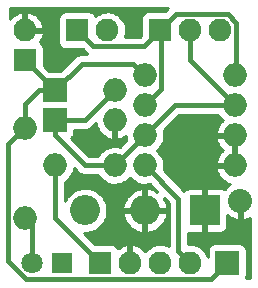
<source format=gtl>
G04 #@! TF.GenerationSoftware,KiCad,Pcbnew,(5.99.0-1129-g103b0c18d)*
G04 #@! TF.CreationDate,2020-03-21T11:47:11+02:00*
G04 #@! TF.ProjectId,superduro,73757065-7264-4757-926f-2e6b69636164,rev?*
G04 #@! TF.SameCoordinates,Original*
G04 #@! TF.FileFunction,Copper,L1,Top*
G04 #@! TF.FilePolarity,Positive*
%FSLAX46Y46*%
G04 Gerber Fmt 4.6, Leading zero omitted, Abs format (unit mm)*
G04 Created by KiCad (PCBNEW (5.99.0-1129-g103b0c18d)) date 2020-03-21 11:47:11*
%MOMM*%
%LPD*%
G01*
G04 APERTURE LIST*
G04 #@! TA.AperFunction,ComponentPad*
%ADD10O,2.032000X2.032000*%
G04 #@! TD*
G04 #@! TA.AperFunction,ComponentPad*
%ADD11R,2.032000X2.032000*%
G04 #@! TD*
G04 #@! TA.AperFunction,ComponentPad*
%ADD12O,2.540000X2.540000*%
G04 #@! TD*
G04 #@! TA.AperFunction,ComponentPad*
%ADD13R,2.540000X2.540000*%
G04 #@! TD*
G04 #@! TA.AperFunction,ComponentPad*
%ADD14O,1.930400X1.930400*%
G04 #@! TD*
G04 #@! TA.AperFunction,ComponentPad*
%ADD15R,1.930400X1.930400*%
G04 #@! TD*
G04 #@! TA.AperFunction,ComponentPad*
%ADD16O,2.000000X2.000000*%
G04 #@! TD*
G04 #@! TA.AperFunction,ComponentPad*
%ADD17C,1.800000*%
G04 #@! TD*
G04 #@! TA.AperFunction,ComponentPad*
%ADD18R,1.800000X1.800000*%
G04 #@! TD*
G04 #@! TA.AperFunction,ComponentPad*
%ADD19R,2.000000X2.000000*%
G04 #@! TD*
G04 #@! TA.AperFunction,Conductor*
%ADD20C,0.381000*%
G04 #@! TD*
G04 #@! TA.AperFunction,Conductor*
%ADD21C,0.254000*%
G04 #@! TD*
G04 APERTURE END LIST*
D10*
X81724500Y-67754500D03*
D11*
X80645000Y-73025000D03*
D12*
X68580000Y-68580000D03*
X73660000Y-68580000D03*
D13*
X78740000Y-68580000D03*
D14*
X63500000Y-53340000D03*
D15*
X63500000Y-55880000D03*
D14*
X80010000Y-53340000D03*
X77470000Y-53340000D03*
D15*
X74930000Y-53340000D03*
D16*
X63500000Y-61595000D03*
X63500000Y-69215000D03*
X81280000Y-64770000D03*
X73660000Y-64770000D03*
X81280000Y-57150000D03*
X73660000Y-57150000D03*
X81280000Y-59690000D03*
X73660000Y-59690000D03*
X81280000Y-62230000D03*
X73660000Y-62230000D03*
D14*
X77470000Y-73025000D03*
X74930000Y-73025000D03*
X72390000Y-73025000D03*
D15*
X69850000Y-73025000D03*
D17*
X64135000Y-73025000D03*
D18*
X66675000Y-73025000D03*
D19*
X66040000Y-60960000D03*
D16*
X71120000Y-60960000D03*
D19*
X66040000Y-58420000D03*
D16*
X71120000Y-58420000D03*
D14*
X70485000Y-53340000D03*
D15*
X67945000Y-53340000D03*
D16*
X71120000Y-64770000D03*
X66040000Y-64770000D03*
D20*
X63500000Y-61595000D02*
X62109499Y-62985501D01*
X62109499Y-62985501D02*
X62109499Y-72909441D01*
X79289299Y-74380701D02*
X80645000Y-73025000D01*
X62109499Y-72909441D02*
X63580759Y-74380701D01*
X63580759Y-74380701D02*
X79289299Y-74380701D01*
X67945000Y-53340000D02*
X69300701Y-54695701D01*
X69300701Y-54695701D02*
X73574299Y-54695701D01*
X73574299Y-54695701D02*
X74930000Y-53340000D01*
X74930000Y-53340000D02*
X76285701Y-51984299D01*
X76285701Y-51984299D02*
X80660737Y-51984299D01*
X81365701Y-57064299D02*
X81280000Y-57150000D01*
X80660737Y-51984299D02*
X81365701Y-52689263D01*
X81365701Y-52689263D02*
X81365701Y-57064299D01*
X74930000Y-53340000D02*
X75050501Y-53460501D01*
X75050501Y-53460501D02*
X75050501Y-58299499D01*
X75050501Y-58299499D02*
X73660000Y-59690000D01*
X77470000Y-53340000D02*
X77470000Y-55880000D01*
X77470000Y-55880000D02*
X81280000Y-59690000D01*
X66040000Y-58420000D02*
X68309999Y-56150001D01*
X68309999Y-56150001D02*
X72660001Y-56150001D01*
X72660001Y-56150001D02*
X73660000Y-57150000D01*
X77470000Y-73025000D02*
X76504801Y-72059801D01*
X76504801Y-72059801D02*
X76504801Y-67614801D01*
X76504801Y-67614801D02*
X73660000Y-64770000D01*
X66040000Y-60960000D02*
X66040000Y-62230000D01*
X66040000Y-62230000D02*
X68580000Y-64770000D01*
X68580000Y-64770000D02*
X71120000Y-64770000D01*
X71120000Y-58420000D02*
X68580000Y-60960000D01*
X68580000Y-60960000D02*
X66040000Y-60960000D01*
X73660000Y-62230000D02*
X71120000Y-64770000D01*
X81280000Y-59690000D02*
X76200000Y-59690000D01*
X76200000Y-59690000D02*
X73660000Y-62230000D01*
X66040000Y-58420000D02*
X64659000Y-58420000D01*
X64659000Y-58420000D02*
X63500000Y-59579000D01*
X63500000Y-59579000D02*
X63500000Y-61595000D01*
X63500000Y-55880000D02*
X66040000Y-58420000D01*
X69850000Y-73025000D02*
X66040000Y-69215000D01*
X66040000Y-69215000D02*
X66040000Y-64770000D01*
X64135000Y-73025000D02*
X64135000Y-69850000D01*
X64135000Y-69850000D02*
X63500000Y-69215000D01*
G36*
X79954480Y-60653863D02*
G01*
X79960458Y-60662030D01*
X80125634Y-60853390D01*
X80132841Y-60860497D01*
X80251610Y-60960155D01*
X80157606Y-61035737D01*
X80150252Y-61042691D01*
X79981104Y-61230548D01*
X79974956Y-61238589D01*
X79838019Y-61451075D01*
X79833236Y-61459994D01*
X79732032Y-61691639D01*
X79728737Y-61701209D01*
X79665872Y-61946052D01*
X79664150Y-61956017D01*
X79658327Y-62019912D01*
X79733273Y-62102000D01*
X81408000Y-62102000D01*
X81408000Y-64898000D01*
X79729708Y-64898000D01*
X79654039Y-64993471D01*
X79718004Y-65266187D01*
X79721098Y-65275824D01*
X79817428Y-65509538D01*
X79822023Y-65518556D01*
X79954480Y-65733862D01*
X79960458Y-65742030D01*
X80125634Y-65933390D01*
X80132841Y-65940497D01*
X80326489Y-66102986D01*
X80334739Y-66108849D01*
X80551873Y-66238287D01*
X80560955Y-66242756D01*
X80795991Y-66335813D01*
X80805670Y-66338772D01*
X80856442Y-66349935D01*
X80798462Y-66382872D01*
X80790091Y-66388562D01*
X80591077Y-66548574D01*
X80583723Y-66555528D01*
X80412852Y-66745298D01*
X80406704Y-66753339D01*
X80381520Y-66792417D01*
X80239880Y-66710641D01*
X80219163Y-66703100D01*
X80026462Y-66669122D01*
X80015501Y-66668163D01*
X78941809Y-66668163D01*
X78868000Y-66741972D01*
X78867999Y-68378192D01*
X78868000Y-68378193D01*
X78867999Y-70418028D01*
X78941808Y-70491837D01*
X80018258Y-70491837D01*
X80034634Y-70489681D01*
X80313859Y-70414863D01*
X80338339Y-70402120D01*
X80494590Y-70271010D01*
X80508761Y-70254121D01*
X80609359Y-70079880D01*
X80616900Y-70059163D01*
X80650878Y-69866462D01*
X80651837Y-69855501D01*
X80651837Y-69008393D01*
X80761690Y-69100570D01*
X80769940Y-69106433D01*
X80989287Y-69237189D01*
X80998368Y-69241658D01*
X81235797Y-69335664D01*
X81245477Y-69338623D01*
X81502404Y-69395112D01*
X81596500Y-69319457D01*
X81596500Y-67626500D01*
X81852500Y-67626500D01*
X81852500Y-69316330D01*
X81935881Y-69391406D01*
X82023959Y-69382147D01*
X82033907Y-69380285D01*
X82280336Y-69313331D01*
X82289858Y-69309903D01*
X82522413Y-69204412D01*
X82531265Y-69199505D01*
X82551001Y-69186392D01*
X82551001Y-74296000D01*
X82245856Y-74296000D01*
X82260359Y-74270880D01*
X82267900Y-74250163D01*
X82301878Y-74057462D01*
X82302837Y-74046501D01*
X82302837Y-72000742D01*
X82300681Y-71984366D01*
X82225863Y-71705142D01*
X82213120Y-71680662D01*
X82082010Y-71524410D01*
X82065121Y-71510239D01*
X81890880Y-71409641D01*
X81870163Y-71402100D01*
X81677462Y-71368122D01*
X81666501Y-71367163D01*
X79620742Y-71367163D01*
X79604366Y-71369319D01*
X79325142Y-71444137D01*
X79300662Y-71456880D01*
X79144410Y-71587990D01*
X79130239Y-71604879D01*
X79029641Y-71779120D01*
X79022100Y-71799837D01*
X78988122Y-71992538D01*
X78987163Y-72003499D01*
X78987163Y-72519035D01*
X78943253Y-72390050D01*
X78939130Y-72380566D01*
X78819767Y-72157955D01*
X78814149Y-72149271D01*
X78660031Y-71949146D01*
X78653072Y-71941497D01*
X78468337Y-71769229D01*
X78460221Y-71762819D01*
X78249832Y-71623036D01*
X78240778Y-71618038D01*
X78010383Y-71514495D01*
X78000634Y-71511043D01*
X77756423Y-71446519D01*
X77746242Y-71444706D01*
X77494770Y-71420935D01*
X77484429Y-71420808D01*
X77331301Y-71431516D01*
X77331301Y-70469325D01*
X77453538Y-70490878D01*
X77464499Y-70491837D01*
X78538191Y-70491837D01*
X78612000Y-70418028D01*
X78612001Y-68781808D01*
X78612000Y-68781807D01*
X78612001Y-66741972D01*
X78538192Y-66668163D01*
X77461742Y-66668163D01*
X77445366Y-66670319D01*
X77166142Y-66745137D01*
X77141662Y-66757880D01*
X76985410Y-66888990D01*
X76971239Y-66905879D01*
X76968855Y-66910009D01*
X75244954Y-65186109D01*
X75290063Y-64940332D01*
X75291097Y-64929599D01*
X75294082Y-64644596D01*
X75293273Y-64633844D01*
X75252804Y-64383981D01*
X75250390Y-64374152D01*
X75170597Y-64134287D01*
X75166642Y-64124971D01*
X75049527Y-63900949D01*
X75044134Y-63892384D01*
X74892708Y-63689969D01*
X74886014Y-63682377D01*
X74704173Y-63506776D01*
X74696352Y-63500351D01*
X74694500Y-63499064D01*
X74862968Y-63343061D01*
X74869819Y-63335610D01*
X75025451Y-63136411D01*
X75031023Y-63127961D01*
X75152804Y-62906441D01*
X75156953Y-62897209D01*
X75241751Y-62659068D01*
X75244370Y-62649292D01*
X75280310Y-62453471D01*
X79654039Y-62453471D01*
X79718004Y-62726187D01*
X79721098Y-62735824D01*
X79817428Y-62969538D01*
X79822023Y-62978556D01*
X79954480Y-63193862D01*
X79960458Y-63202030D01*
X80125634Y-63393390D01*
X80132841Y-63400497D01*
X80251610Y-63500155D01*
X80157606Y-63575737D01*
X80150252Y-63582691D01*
X79981104Y-63770548D01*
X79974956Y-63778589D01*
X79838019Y-63991075D01*
X79833236Y-63999994D01*
X79732032Y-64231639D01*
X79728737Y-64241209D01*
X79665872Y-64486052D01*
X79664150Y-64496017D01*
X79658327Y-64559912D01*
X79733273Y-64642000D01*
X81078191Y-64642000D01*
X81152000Y-64568191D01*
X81152000Y-62431809D01*
X81078191Y-62358000D01*
X79729708Y-62358000D01*
X79654039Y-62453471D01*
X75280310Y-62453471D01*
X75290063Y-62400332D01*
X75291097Y-62389599D01*
X75294082Y-62104596D01*
X75293273Y-62093844D01*
X75252804Y-61843981D01*
X75250390Y-61834152D01*
X75243976Y-61814870D01*
X76542346Y-60516500D01*
X79869974Y-60516500D01*
X79954480Y-60653863D01*
G37*
D21*
X79954480Y-60653863D02*
X79960458Y-60662030D01*
X80125634Y-60853390D01*
X80132841Y-60860497D01*
X80251610Y-60960155D01*
X80157606Y-61035737D01*
X80150252Y-61042691D01*
X79981104Y-61230548D01*
X79974956Y-61238589D01*
X79838019Y-61451075D01*
X79833236Y-61459994D01*
X79732032Y-61691639D01*
X79728737Y-61701209D01*
X79665872Y-61946052D01*
X79664150Y-61956017D01*
X79658327Y-62019912D01*
X79733273Y-62102000D01*
X81408000Y-62102000D01*
X81408000Y-64898000D01*
X79729708Y-64898000D01*
X79654039Y-64993471D01*
X79718004Y-65266187D01*
X79721098Y-65275824D01*
X79817428Y-65509538D01*
X79822023Y-65518556D01*
X79954480Y-65733862D01*
X79960458Y-65742030D01*
X80125634Y-65933390D01*
X80132841Y-65940497D01*
X80326489Y-66102986D01*
X80334739Y-66108849D01*
X80551873Y-66238287D01*
X80560955Y-66242756D01*
X80795991Y-66335813D01*
X80805670Y-66338772D01*
X80856442Y-66349935D01*
X80798462Y-66382872D01*
X80790091Y-66388562D01*
X80591077Y-66548574D01*
X80583723Y-66555528D01*
X80412852Y-66745298D01*
X80406704Y-66753339D01*
X80381520Y-66792417D01*
X80239880Y-66710641D01*
X80219163Y-66703100D01*
X80026462Y-66669122D01*
X80015501Y-66668163D01*
X78941809Y-66668163D01*
X78868000Y-66741972D01*
X78867999Y-68378192D01*
X78868000Y-68378193D01*
X78867999Y-70418028D01*
X78941808Y-70491837D01*
X80018258Y-70491837D01*
X80034634Y-70489681D01*
X80313859Y-70414863D01*
X80338339Y-70402120D01*
X80494590Y-70271010D01*
X80508761Y-70254121D01*
X80609359Y-70079880D01*
X80616900Y-70059163D01*
X80650878Y-69866462D01*
X80651837Y-69855501D01*
X80651837Y-69008393D01*
X80761690Y-69100570D01*
X80769940Y-69106433D01*
X80989287Y-69237189D01*
X80998368Y-69241658D01*
X81235797Y-69335664D01*
X81245477Y-69338623D01*
X81502404Y-69395112D01*
X81596500Y-69319457D01*
X81596500Y-67626500D01*
X81852500Y-67626500D01*
X81852500Y-69316330D01*
X81935881Y-69391406D01*
X82023959Y-69382147D01*
X82033907Y-69380285D01*
X82280336Y-69313331D01*
X82289858Y-69309903D01*
X82522413Y-69204412D01*
X82531265Y-69199505D01*
X82551001Y-69186392D01*
X82551001Y-74296000D01*
X82245856Y-74296000D01*
X82260359Y-74270880D01*
X82267900Y-74250163D01*
X82301878Y-74057462D01*
X82302837Y-74046501D01*
X82302837Y-72000742D01*
X82300681Y-71984366D01*
X82225863Y-71705142D01*
X82213120Y-71680662D01*
X82082010Y-71524410D01*
X82065121Y-71510239D01*
X81890880Y-71409641D01*
X81870163Y-71402100D01*
X81677462Y-71368122D01*
X81666501Y-71367163D01*
X79620742Y-71367163D01*
X79604366Y-71369319D01*
X79325142Y-71444137D01*
X79300662Y-71456880D01*
X79144410Y-71587990D01*
X79130239Y-71604879D01*
X79029641Y-71779120D01*
X79022100Y-71799837D01*
X78988122Y-71992538D01*
X78987163Y-72003499D01*
X78987163Y-72519035D01*
X78943253Y-72390050D01*
X78939130Y-72380566D01*
X78819767Y-72157955D01*
X78814149Y-72149271D01*
X78660031Y-71949146D01*
X78653072Y-71941497D01*
X78468337Y-71769229D01*
X78460221Y-71762819D01*
X78249832Y-71623036D01*
X78240778Y-71618038D01*
X78010383Y-71514495D01*
X78000634Y-71511043D01*
X77756423Y-71446519D01*
X77746242Y-71444706D01*
X77494770Y-71420935D01*
X77484429Y-71420808D01*
X77331301Y-71431516D01*
X77331301Y-70469325D01*
X77453538Y-70490878D01*
X77464499Y-70491837D01*
X78538191Y-70491837D01*
X78612000Y-70418028D01*
X78612001Y-68781808D01*
X78612000Y-68781807D01*
X78612001Y-66741972D01*
X78538192Y-66668163D01*
X77461742Y-66668163D01*
X77445366Y-66670319D01*
X77166142Y-66745137D01*
X77141662Y-66757880D01*
X76985410Y-66888990D01*
X76971239Y-66905879D01*
X76968855Y-66910009D01*
X75244954Y-65186109D01*
X75290063Y-64940332D01*
X75291097Y-64929599D01*
X75294082Y-64644596D01*
X75293273Y-64633844D01*
X75252804Y-64383981D01*
X75250390Y-64374152D01*
X75170597Y-64134287D01*
X75166642Y-64124971D01*
X75049527Y-63900949D01*
X75044134Y-63892384D01*
X74892708Y-63689969D01*
X74886014Y-63682377D01*
X74704173Y-63506776D01*
X74696352Y-63500351D01*
X74694500Y-63499064D01*
X74862968Y-63343061D01*
X74869819Y-63335610D01*
X75025451Y-63136411D01*
X75031023Y-63127961D01*
X75152804Y-62906441D01*
X75156953Y-62897209D01*
X75241751Y-62659068D01*
X75244370Y-62649292D01*
X75280310Y-62453471D01*
X79654039Y-62453471D01*
X79718004Y-62726187D01*
X79721098Y-62735824D01*
X79817428Y-62969538D01*
X79822023Y-62978556D01*
X79954480Y-63193862D01*
X79960458Y-63202030D01*
X80125634Y-63393390D01*
X80132841Y-63400497D01*
X80251610Y-63500155D01*
X80157606Y-63575737D01*
X80150252Y-63582691D01*
X79981104Y-63770548D01*
X79974956Y-63778589D01*
X79838019Y-63991075D01*
X79833236Y-63999994D01*
X79732032Y-64231639D01*
X79728737Y-64241209D01*
X79665872Y-64486052D01*
X79664150Y-64496017D01*
X79658327Y-64559912D01*
X79733273Y-64642000D01*
X81078191Y-64642000D01*
X81152000Y-64568191D01*
X81152000Y-62431809D01*
X81078191Y-62358000D01*
X79729708Y-62358000D01*
X79654039Y-62453471D01*
X75280310Y-62453471D01*
X75290063Y-62400332D01*
X75291097Y-62389599D01*
X75294082Y-62104596D01*
X75293273Y-62093844D01*
X75252804Y-61843981D01*
X75250390Y-61834152D01*
X75243976Y-61814870D01*
X76542346Y-60516500D01*
X79869974Y-60516500D01*
X79954480Y-60653863D01*
G36*
X67930103Y-65288950D02*
G01*
X67939286Y-65303504D01*
X67950921Y-65317175D01*
X68014328Y-65373174D01*
X68034311Y-65393158D01*
X68041086Y-65399032D01*
X68057728Y-65411503D01*
X68114775Y-65461886D01*
X68129781Y-65471743D01*
X68152065Y-65482205D01*
X68171761Y-65496967D01*
X68187509Y-65505589D01*
X68258765Y-65532302D01*
X68327840Y-65564732D01*
X68345394Y-65570040D01*
X68368742Y-65573530D01*
X68392208Y-65582326D01*
X68409741Y-65586181D01*
X68496569Y-65592634D01*
X68517805Y-65595807D01*
X68527128Y-65596500D01*
X68548592Y-65596500D01*
X68627748Y-65602382D01*
X68645660Y-65601161D01*
X68667494Y-65596500D01*
X69709974Y-65596500D01*
X69794480Y-65733863D01*
X69800458Y-65742030D01*
X69965634Y-65933390D01*
X69972841Y-65940497D01*
X70166489Y-66102986D01*
X70174739Y-66108849D01*
X70391873Y-66238287D01*
X70400955Y-66242756D01*
X70635991Y-66335813D01*
X70645670Y-66338772D01*
X70892561Y-66393054D01*
X70902589Y-66394428D01*
X71154983Y-66408539D01*
X71165101Y-66408292D01*
X71416504Y-66381869D01*
X71426453Y-66380007D01*
X71670398Y-66313728D01*
X71679920Y-66310300D01*
X71910131Y-66205873D01*
X71918983Y-66200966D01*
X72129536Y-66061074D01*
X72137489Y-66054815D01*
X72322968Y-65883061D01*
X72329819Y-65875610D01*
X72389654Y-65799025D01*
X72505634Y-65933390D01*
X72512841Y-65940497D01*
X72706489Y-66102986D01*
X72714739Y-66108849D01*
X72931873Y-66238287D01*
X72940955Y-66242756D01*
X73175991Y-66335813D01*
X73185670Y-66338772D01*
X73432561Y-66393054D01*
X73442589Y-66394428D01*
X73694983Y-66408539D01*
X73705101Y-66408292D01*
X73956504Y-66381869D01*
X73966454Y-66380007D01*
X74072381Y-66351226D01*
X74709488Y-66988333D01*
X74508515Y-66869951D01*
X74500129Y-66865815D01*
X74246433Y-66763316D01*
X74237528Y-66760466D01*
X73971470Y-66696590D01*
X73962240Y-66695087D01*
X73869750Y-66686996D01*
X73788000Y-66761907D01*
X73787999Y-68378191D01*
X73861808Y-68452000D01*
X75477623Y-68452001D01*
X75553021Y-68364497D01*
X75522946Y-68163252D01*
X75520882Y-68154132D01*
X75440883Y-67892468D01*
X75437494Y-67883753D01*
X75319698Y-67636789D01*
X75315058Y-67628671D01*
X75243010Y-67521856D01*
X75678302Y-67957148D01*
X75678301Y-71607937D01*
X75470383Y-71514495D01*
X75460634Y-71511043D01*
X75216423Y-71446519D01*
X75206242Y-71444706D01*
X74954770Y-71420935D01*
X74944429Y-71420808D01*
X74692451Y-71438429D01*
X74682229Y-71439993D01*
X74436513Y-71498531D01*
X74426683Y-71501743D01*
X74193827Y-71599627D01*
X74184654Y-71604402D01*
X73970912Y-71739003D01*
X73962642Y-71745212D01*
X73773754Y-71912914D01*
X73766609Y-71920391D01*
X73659627Y-72052503D01*
X73580031Y-71949146D01*
X73573072Y-71941497D01*
X73388337Y-71769229D01*
X73380221Y-71762819D01*
X73169832Y-71623036D01*
X73160778Y-71618038D01*
X72930383Y-71514495D01*
X72920634Y-71511043D01*
X72676423Y-71446519D01*
X72666242Y-71444706D01*
X72600402Y-71438482D01*
X72518000Y-71513461D01*
X72518000Y-73153000D01*
X72262000Y-73153000D01*
X72262000Y-71509957D01*
X72166184Y-71434286D01*
X71896513Y-71498531D01*
X71886683Y-71501743D01*
X71653827Y-71599627D01*
X71644654Y-71604402D01*
X71430912Y-71739003D01*
X71422642Y-71745212D01*
X71385923Y-71777812D01*
X71380063Y-71755942D01*
X71367320Y-71731462D01*
X71236210Y-71575210D01*
X71219321Y-71561039D01*
X71045080Y-71460441D01*
X71024363Y-71452900D01*
X70831662Y-71418922D01*
X70820701Y-71417963D01*
X69411809Y-71417963D01*
X68478705Y-70484859D01*
X68500382Y-70487329D01*
X68509725Y-70487696D01*
X68783178Y-70478148D01*
X68792473Y-70477130D01*
X69061510Y-70427266D01*
X69070552Y-70424885D01*
X69329264Y-70335804D01*
X69337855Y-70332113D01*
X69580559Y-70205770D01*
X69588511Y-70200849D01*
X69809872Y-70040020D01*
X69817009Y-70033979D01*
X70012168Y-69842197D01*
X70018333Y-69835166D01*
X70183002Y-69616644D01*
X70188060Y-69608780D01*
X70318620Y-69368319D01*
X70322460Y-69359794D01*
X70416043Y-69102675D01*
X70418581Y-69093676D01*
X70473297Y-68824741D01*
X70474543Y-68813809D01*
X70475087Y-68793019D01*
X71767774Y-68793019D01*
X71786784Y-68947839D01*
X71788608Y-68957010D01*
X71861729Y-69220677D01*
X71864889Y-69229478D01*
X71976180Y-69479442D01*
X71980606Y-69487679D01*
X72127621Y-69718447D01*
X72133215Y-69725939D01*
X72312726Y-69932442D01*
X72319367Y-69939025D01*
X72527429Y-70116727D01*
X72534969Y-70122256D01*
X72767011Y-70267252D01*
X72775286Y-70271605D01*
X73026212Y-70380711D01*
X73035040Y-70383794D01*
X73299335Y-70454611D01*
X73308521Y-70456355D01*
X73447802Y-70472224D01*
X73528299Y-70400378D01*
X73787999Y-70400378D01*
X73878861Y-70475947D01*
X74141510Y-70427266D01*
X74150552Y-70424885D01*
X74409264Y-70335804D01*
X74417855Y-70332113D01*
X74660559Y-70205770D01*
X74668511Y-70200849D01*
X74889872Y-70040020D01*
X74897009Y-70033979D01*
X75092168Y-69842197D01*
X75098333Y-69835166D01*
X75263002Y-69616644D01*
X75268060Y-69608780D01*
X75398620Y-69368319D01*
X75402460Y-69359794D01*
X75496043Y-69102675D01*
X75498581Y-69093676D01*
X75558217Y-68800558D01*
X75482594Y-68708000D01*
X73861809Y-68707999D01*
X73788000Y-68781808D01*
X73787999Y-70400378D01*
X73528299Y-70400378D01*
X73532000Y-70397075D01*
X73532001Y-68781809D01*
X73458192Y-68708000D01*
X71842993Y-68707999D01*
X71767774Y-68793019D01*
X70475087Y-68793019D01*
X70484183Y-68445665D01*
X70483511Y-68434683D01*
X70472646Y-68361982D01*
X71764987Y-68361982D01*
X71840520Y-68452000D01*
X73458191Y-68452001D01*
X73532000Y-68378192D01*
X73532001Y-66756085D01*
X73438590Y-66680442D01*
X73130299Y-66745971D01*
X73121322Y-66748588D01*
X72865031Y-66844411D01*
X72856539Y-66848325D01*
X72617226Y-66980979D01*
X72609406Y-66986105D01*
X72392330Y-67152675D01*
X72385354Y-67158901D01*
X72195282Y-67355726D01*
X72189303Y-67362915D01*
X72030412Y-67585673D01*
X72025561Y-67593667D01*
X71901341Y-67837463D01*
X71897725Y-67846086D01*
X71810904Y-68105565D01*
X71808602Y-68114628D01*
X71764987Y-68361982D01*
X70472646Y-68361982D01*
X70442946Y-68163252D01*
X70440882Y-68154132D01*
X70360883Y-67892468D01*
X70357494Y-67883753D01*
X70239698Y-67636789D01*
X70235058Y-67628671D01*
X70082052Y-67401831D01*
X70076264Y-67394488D01*
X69891410Y-67192754D01*
X69884599Y-67186347D01*
X69671957Y-67014153D01*
X69664274Y-67008824D01*
X69428515Y-66869951D01*
X69420129Y-66865815D01*
X69166433Y-66763316D01*
X69157528Y-66760466D01*
X68891470Y-66696590D01*
X68882241Y-66695087D01*
X68609663Y-66671240D01*
X68600313Y-66671118D01*
X68327204Y-66687821D01*
X68317939Y-66689082D01*
X68050299Y-66745971D01*
X68041322Y-66748588D01*
X67785031Y-66844411D01*
X67776539Y-66848325D01*
X67537226Y-66980979D01*
X67529406Y-66986105D01*
X67312330Y-67152675D01*
X67305354Y-67158901D01*
X67115282Y-67355726D01*
X67109303Y-67362915D01*
X66950412Y-67585673D01*
X66945561Y-67593667D01*
X66866500Y-67748833D01*
X66866500Y-66182684D01*
X67049536Y-66061074D01*
X67057489Y-66054815D01*
X67242968Y-65883061D01*
X67249819Y-65875610D01*
X67405451Y-65676411D01*
X67411023Y-65667961D01*
X67532804Y-65446441D01*
X67536953Y-65437209D01*
X67621751Y-65199068D01*
X67624370Y-65189292D01*
X67656327Y-65015173D01*
X67930103Y-65288950D01*
G37*
X67930103Y-65288950D02*
X67939286Y-65303504D01*
X67950921Y-65317175D01*
X68014328Y-65373174D01*
X68034311Y-65393158D01*
X68041086Y-65399032D01*
X68057728Y-65411503D01*
X68114775Y-65461886D01*
X68129781Y-65471743D01*
X68152065Y-65482205D01*
X68171761Y-65496967D01*
X68187509Y-65505589D01*
X68258765Y-65532302D01*
X68327840Y-65564732D01*
X68345394Y-65570040D01*
X68368742Y-65573530D01*
X68392208Y-65582326D01*
X68409741Y-65586181D01*
X68496569Y-65592634D01*
X68517805Y-65595807D01*
X68527128Y-65596500D01*
X68548592Y-65596500D01*
X68627748Y-65602382D01*
X68645660Y-65601161D01*
X68667494Y-65596500D01*
X69709974Y-65596500D01*
X69794480Y-65733863D01*
X69800458Y-65742030D01*
X69965634Y-65933390D01*
X69972841Y-65940497D01*
X70166489Y-66102986D01*
X70174739Y-66108849D01*
X70391873Y-66238287D01*
X70400955Y-66242756D01*
X70635991Y-66335813D01*
X70645670Y-66338772D01*
X70892561Y-66393054D01*
X70902589Y-66394428D01*
X71154983Y-66408539D01*
X71165101Y-66408292D01*
X71416504Y-66381869D01*
X71426453Y-66380007D01*
X71670398Y-66313728D01*
X71679920Y-66310300D01*
X71910131Y-66205873D01*
X71918983Y-66200966D01*
X72129536Y-66061074D01*
X72137489Y-66054815D01*
X72322968Y-65883061D01*
X72329819Y-65875610D01*
X72389654Y-65799025D01*
X72505634Y-65933390D01*
X72512841Y-65940497D01*
X72706489Y-66102986D01*
X72714739Y-66108849D01*
X72931873Y-66238287D01*
X72940955Y-66242756D01*
X73175991Y-66335813D01*
X73185670Y-66338772D01*
X73432561Y-66393054D01*
X73442589Y-66394428D01*
X73694983Y-66408539D01*
X73705101Y-66408292D01*
X73956504Y-66381869D01*
X73966454Y-66380007D01*
X74072381Y-66351226D01*
X74709488Y-66988333D01*
X74508515Y-66869951D01*
X74500129Y-66865815D01*
X74246433Y-66763316D01*
X74237528Y-66760466D01*
X73971470Y-66696590D01*
X73962240Y-66695087D01*
X73869750Y-66686996D01*
X73788000Y-66761907D01*
X73787999Y-68378191D01*
X73861808Y-68452000D01*
X75477623Y-68452001D01*
X75553021Y-68364497D01*
X75522946Y-68163252D01*
X75520882Y-68154132D01*
X75440883Y-67892468D01*
X75437494Y-67883753D01*
X75319698Y-67636789D01*
X75315058Y-67628671D01*
X75243010Y-67521856D01*
X75678302Y-67957148D01*
X75678301Y-71607937D01*
X75470383Y-71514495D01*
X75460634Y-71511043D01*
X75216423Y-71446519D01*
X75206242Y-71444706D01*
X74954770Y-71420935D01*
X74944429Y-71420808D01*
X74692451Y-71438429D01*
X74682229Y-71439993D01*
X74436513Y-71498531D01*
X74426683Y-71501743D01*
X74193827Y-71599627D01*
X74184654Y-71604402D01*
X73970912Y-71739003D01*
X73962642Y-71745212D01*
X73773754Y-71912914D01*
X73766609Y-71920391D01*
X73659627Y-72052503D01*
X73580031Y-71949146D01*
X73573072Y-71941497D01*
X73388337Y-71769229D01*
X73380221Y-71762819D01*
X73169832Y-71623036D01*
X73160778Y-71618038D01*
X72930383Y-71514495D01*
X72920634Y-71511043D01*
X72676423Y-71446519D01*
X72666242Y-71444706D01*
X72600402Y-71438482D01*
X72518000Y-71513461D01*
X72518000Y-73153000D01*
X72262000Y-73153000D01*
X72262000Y-71509957D01*
X72166184Y-71434286D01*
X71896513Y-71498531D01*
X71886683Y-71501743D01*
X71653827Y-71599627D01*
X71644654Y-71604402D01*
X71430912Y-71739003D01*
X71422642Y-71745212D01*
X71385923Y-71777812D01*
X71380063Y-71755942D01*
X71367320Y-71731462D01*
X71236210Y-71575210D01*
X71219321Y-71561039D01*
X71045080Y-71460441D01*
X71024363Y-71452900D01*
X70831662Y-71418922D01*
X70820701Y-71417963D01*
X69411809Y-71417963D01*
X68478705Y-70484859D01*
X68500382Y-70487329D01*
X68509725Y-70487696D01*
X68783178Y-70478148D01*
X68792473Y-70477130D01*
X69061510Y-70427266D01*
X69070552Y-70424885D01*
X69329264Y-70335804D01*
X69337855Y-70332113D01*
X69580559Y-70205770D01*
X69588511Y-70200849D01*
X69809872Y-70040020D01*
X69817009Y-70033979D01*
X70012168Y-69842197D01*
X70018333Y-69835166D01*
X70183002Y-69616644D01*
X70188060Y-69608780D01*
X70318620Y-69368319D01*
X70322460Y-69359794D01*
X70416043Y-69102675D01*
X70418581Y-69093676D01*
X70473297Y-68824741D01*
X70474543Y-68813809D01*
X70475087Y-68793019D01*
X71767774Y-68793019D01*
X71786784Y-68947839D01*
X71788608Y-68957010D01*
X71861729Y-69220677D01*
X71864889Y-69229478D01*
X71976180Y-69479442D01*
X71980606Y-69487679D01*
X72127621Y-69718447D01*
X72133215Y-69725939D01*
X72312726Y-69932442D01*
X72319367Y-69939025D01*
X72527429Y-70116727D01*
X72534969Y-70122256D01*
X72767011Y-70267252D01*
X72775286Y-70271605D01*
X73026212Y-70380711D01*
X73035040Y-70383794D01*
X73299335Y-70454611D01*
X73308521Y-70456355D01*
X73447802Y-70472224D01*
X73528299Y-70400378D01*
X73787999Y-70400378D01*
X73878861Y-70475947D01*
X74141510Y-70427266D01*
X74150552Y-70424885D01*
X74409264Y-70335804D01*
X74417855Y-70332113D01*
X74660559Y-70205770D01*
X74668511Y-70200849D01*
X74889872Y-70040020D01*
X74897009Y-70033979D01*
X75092168Y-69842197D01*
X75098333Y-69835166D01*
X75263002Y-69616644D01*
X75268060Y-69608780D01*
X75398620Y-69368319D01*
X75402460Y-69359794D01*
X75496043Y-69102675D01*
X75498581Y-69093676D01*
X75558217Y-68800558D01*
X75482594Y-68708000D01*
X73861809Y-68707999D01*
X73788000Y-68781808D01*
X73787999Y-70400378D01*
X73528299Y-70400378D01*
X73532000Y-70397075D01*
X73532001Y-68781809D01*
X73458192Y-68708000D01*
X71842993Y-68707999D01*
X71767774Y-68793019D01*
X70475087Y-68793019D01*
X70484183Y-68445665D01*
X70483511Y-68434683D01*
X70472646Y-68361982D01*
X71764987Y-68361982D01*
X71840520Y-68452000D01*
X73458191Y-68452001D01*
X73532000Y-68378192D01*
X73532001Y-66756085D01*
X73438590Y-66680442D01*
X73130299Y-66745971D01*
X73121322Y-66748588D01*
X72865031Y-66844411D01*
X72856539Y-66848325D01*
X72617226Y-66980979D01*
X72609406Y-66986105D01*
X72392330Y-67152675D01*
X72385354Y-67158901D01*
X72195282Y-67355726D01*
X72189303Y-67362915D01*
X72030412Y-67585673D01*
X72025561Y-67593667D01*
X71901341Y-67837463D01*
X71897725Y-67846086D01*
X71810904Y-68105565D01*
X71808602Y-68114628D01*
X71764987Y-68361982D01*
X70472646Y-68361982D01*
X70442946Y-68163252D01*
X70440882Y-68154132D01*
X70360883Y-67892468D01*
X70357494Y-67883753D01*
X70239698Y-67636789D01*
X70235058Y-67628671D01*
X70082052Y-67401831D01*
X70076264Y-67394488D01*
X69891410Y-67192754D01*
X69884599Y-67186347D01*
X69671957Y-67014153D01*
X69664274Y-67008824D01*
X69428515Y-66869951D01*
X69420129Y-66865815D01*
X69166433Y-66763316D01*
X69157528Y-66760466D01*
X68891470Y-66696590D01*
X68882241Y-66695087D01*
X68609663Y-66671240D01*
X68600313Y-66671118D01*
X68327204Y-66687821D01*
X68317939Y-66689082D01*
X68050299Y-66745971D01*
X68041322Y-66748588D01*
X67785031Y-66844411D01*
X67776539Y-66848325D01*
X67537226Y-66980979D01*
X67529406Y-66986105D01*
X67312330Y-67152675D01*
X67305354Y-67158901D01*
X67115282Y-67355726D01*
X67109303Y-67362915D01*
X66950412Y-67585673D01*
X66945561Y-67593667D01*
X66866500Y-67748833D01*
X66866500Y-66182684D01*
X67049536Y-66061074D01*
X67057489Y-66054815D01*
X67242968Y-65883061D01*
X67249819Y-65875610D01*
X67405451Y-65676411D01*
X67411023Y-65667961D01*
X67532804Y-65446441D01*
X67536953Y-65437209D01*
X67621751Y-65199068D01*
X67624370Y-65189292D01*
X67656327Y-65015173D01*
X67930103Y-65288950D01*
G36*
X71248000Y-62505741D02*
G01*
X71331379Y-62580815D01*
X71416504Y-62571869D01*
X71426453Y-62570007D01*
X71670398Y-62503728D01*
X71679920Y-62500300D01*
X71910131Y-62395873D01*
X71918983Y-62390966D01*
X72028162Y-62318427D01*
X72038766Y-62470071D01*
X72040279Y-62480078D01*
X72078428Y-62642726D01*
X71532949Y-63188205D01*
X71460104Y-63166765D01*
X71450196Y-63164695D01*
X71199402Y-63133011D01*
X71189290Y-63132552D01*
X70936656Y-63141374D01*
X70926601Y-63142538D01*
X70678628Y-63191639D01*
X70668889Y-63194394D01*
X70431956Y-63282508D01*
X70422783Y-63286786D01*
X70202984Y-63411649D01*
X70194613Y-63417338D01*
X69997606Y-63575737D01*
X69990252Y-63582691D01*
X69821104Y-63770548D01*
X69814956Y-63778589D01*
X69708678Y-63943500D01*
X68922347Y-63943500D01*
X67435017Y-62456171D01*
X67524590Y-62381010D01*
X67538761Y-62364121D01*
X67639359Y-62189880D01*
X67646900Y-62169163D01*
X67680878Y-61976462D01*
X67681837Y-61965501D01*
X67681837Y-61786500D01*
X68487409Y-61786500D01*
X68504190Y-61790297D01*
X68522086Y-61791737D01*
X68606495Y-61786500D01*
X68634778Y-61786500D01*
X68643719Y-61785863D01*
X68664325Y-61782913D01*
X68740274Y-61778200D01*
X68757854Y-61774559D01*
X68781001Y-61766203D01*
X68805376Y-61762712D01*
X68822609Y-61757673D01*
X68891896Y-61726169D01*
X68963655Y-61700264D01*
X68979823Y-61691604D01*
X68998792Y-61677567D01*
X69021612Y-61667192D01*
X69036737Y-61657519D01*
X69102717Y-61600667D01*
X69119954Y-61587912D01*
X69127037Y-61581809D01*
X69142194Y-61566651D01*
X69202347Y-61514820D01*
X69214149Y-61501291D01*
X69226299Y-61482546D01*
X69500080Y-61208765D01*
X69500279Y-61210078D01*
X69558004Y-61456187D01*
X69561098Y-61465824D01*
X69657428Y-61699538D01*
X69662023Y-61708556D01*
X69794480Y-61923862D01*
X69800458Y-61932030D01*
X69965634Y-62123390D01*
X69972841Y-62130497D01*
X70166489Y-62292986D01*
X70174739Y-62298849D01*
X70391873Y-62428287D01*
X70400955Y-62432756D01*
X70635991Y-62525813D01*
X70645670Y-62528772D01*
X70897904Y-62584229D01*
X70992000Y-62508574D01*
X70992000Y-60832000D01*
X71248000Y-60832000D01*
X71248000Y-62505741D01*
G37*
X71248000Y-62505741D02*
X71331379Y-62580815D01*
X71416504Y-62571869D01*
X71426453Y-62570007D01*
X71670398Y-62503728D01*
X71679920Y-62500300D01*
X71910131Y-62395873D01*
X71918983Y-62390966D01*
X72028162Y-62318427D01*
X72038766Y-62470071D01*
X72040279Y-62480078D01*
X72078428Y-62642726D01*
X71532949Y-63188205D01*
X71460104Y-63166765D01*
X71450196Y-63164695D01*
X71199402Y-63133011D01*
X71189290Y-63132552D01*
X70936656Y-63141374D01*
X70926601Y-63142538D01*
X70678628Y-63191639D01*
X70668889Y-63194394D01*
X70431956Y-63282508D01*
X70422783Y-63286786D01*
X70202984Y-63411649D01*
X70194613Y-63417338D01*
X69997606Y-63575737D01*
X69990252Y-63582691D01*
X69821104Y-63770548D01*
X69814956Y-63778589D01*
X69708678Y-63943500D01*
X68922347Y-63943500D01*
X67435017Y-62456171D01*
X67524590Y-62381010D01*
X67538761Y-62364121D01*
X67639359Y-62189880D01*
X67646900Y-62169163D01*
X67680878Y-61976462D01*
X67681837Y-61965501D01*
X67681837Y-61786500D01*
X68487409Y-61786500D01*
X68504190Y-61790297D01*
X68522086Y-61791737D01*
X68606495Y-61786500D01*
X68634778Y-61786500D01*
X68643719Y-61785863D01*
X68664325Y-61782913D01*
X68740274Y-61778200D01*
X68757854Y-61774559D01*
X68781001Y-61766203D01*
X68805376Y-61762712D01*
X68822609Y-61757673D01*
X68891896Y-61726169D01*
X68963655Y-61700264D01*
X68979823Y-61691604D01*
X68998792Y-61677567D01*
X69021612Y-61667192D01*
X69036737Y-61657519D01*
X69102717Y-61600667D01*
X69119954Y-61587912D01*
X69127037Y-61581809D01*
X69142194Y-61566651D01*
X69202347Y-61514820D01*
X69214149Y-61501291D01*
X69226299Y-61482546D01*
X69500080Y-61208765D01*
X69500279Y-61210078D01*
X69558004Y-61456187D01*
X69561098Y-61465824D01*
X69657428Y-61699538D01*
X69662023Y-61708556D01*
X69794480Y-61923862D01*
X69800458Y-61932030D01*
X69965634Y-62123390D01*
X69972841Y-62130497D01*
X70166489Y-62292986D01*
X70174739Y-62298849D01*
X70391873Y-62428287D01*
X70400955Y-62432756D01*
X70635991Y-62525813D01*
X70645670Y-62528772D01*
X70897904Y-62584229D01*
X70992000Y-62508574D01*
X70992000Y-60832000D01*
X71248000Y-60832000D01*
X71248000Y-62505741D01*
G36*
X75651552Y-51443008D02*
G01*
X75639404Y-51461750D01*
X75368191Y-51732963D01*
X73956542Y-51732963D01*
X73940166Y-51735119D01*
X73660942Y-51809937D01*
X73636462Y-51822680D01*
X73480210Y-51953790D01*
X73466039Y-51970679D01*
X73365441Y-52144920D01*
X73357900Y-52165637D01*
X73323922Y-52358338D01*
X73322963Y-52369299D01*
X73322963Y-53778192D01*
X73231954Y-53869201D01*
X71995541Y-53869201D01*
X72018463Y-53811306D01*
X72021470Y-53801411D01*
X72075011Y-53553769D01*
X72076418Y-53541969D01*
X72084385Y-53216013D01*
X72083556Y-53204158D01*
X72042175Y-52954197D01*
X72039655Y-52944167D01*
X71958253Y-52705050D01*
X71954130Y-52695566D01*
X71834767Y-52472955D01*
X71829149Y-52464271D01*
X71675031Y-52264146D01*
X71668072Y-52256497D01*
X71483337Y-52084229D01*
X71475221Y-52077819D01*
X71264832Y-51938036D01*
X71255778Y-51933038D01*
X71025383Y-51829495D01*
X71015634Y-51826043D01*
X70771423Y-51761519D01*
X70761242Y-51759706D01*
X70509770Y-51735935D01*
X70499429Y-51735808D01*
X70247451Y-51753429D01*
X70237229Y-51754993D01*
X69991513Y-51813531D01*
X69981683Y-51816743D01*
X69748827Y-51914627D01*
X69739654Y-51919402D01*
X69525912Y-52054003D01*
X69517642Y-52060212D01*
X69480923Y-52092812D01*
X69475063Y-52070942D01*
X69462320Y-52046462D01*
X69331210Y-51890210D01*
X69314321Y-51876039D01*
X69140080Y-51775441D01*
X69119363Y-51767900D01*
X68926662Y-51733922D01*
X68915701Y-51732963D01*
X66971542Y-51732963D01*
X66955166Y-51735119D01*
X66675942Y-51809937D01*
X66651462Y-51822680D01*
X66495210Y-51953790D01*
X66481039Y-51970679D01*
X66380441Y-52144920D01*
X66372900Y-52165637D01*
X66338922Y-52358338D01*
X66337963Y-52369299D01*
X66337963Y-54313458D01*
X66340119Y-54329834D01*
X66414937Y-54609059D01*
X66427680Y-54633539D01*
X66558790Y-54789790D01*
X66575679Y-54803961D01*
X66749920Y-54904559D01*
X66770637Y-54912100D01*
X66963338Y-54946078D01*
X66974299Y-54947037D01*
X68383190Y-54947037D01*
X68650804Y-55214652D01*
X68659986Y-55229204D01*
X68671622Y-55242876D01*
X68735021Y-55298868D01*
X68755011Y-55318859D01*
X68760365Y-55323501D01*
X68402585Y-55323501D01*
X68385809Y-55319705D01*
X68367914Y-55318265D01*
X68283514Y-55323501D01*
X68255220Y-55323501D01*
X68246278Y-55324138D01*
X68225672Y-55327089D01*
X68149725Y-55331801D01*
X68132145Y-55335441D01*
X68108993Y-55343799D01*
X68084621Y-55347289D01*
X68067390Y-55352328D01*
X67998105Y-55383830D01*
X67926342Y-55409737D01*
X67910175Y-55418397D01*
X67891201Y-55432436D01*
X67868386Y-55442810D01*
X67853261Y-55452482D01*
X67787291Y-55509326D01*
X67770044Y-55522088D01*
X67762961Y-55528192D01*
X67747791Y-55543362D01*
X67687652Y-55595181D01*
X67675850Y-55608710D01*
X67663705Y-55627448D01*
X66512991Y-56778163D01*
X65567009Y-56778163D01*
X65107037Y-56318191D01*
X65107037Y-54906542D01*
X65104881Y-54890166D01*
X65030063Y-54610942D01*
X65017320Y-54586462D01*
X64886210Y-54430210D01*
X64869321Y-54416039D01*
X64745246Y-54344405D01*
X64799766Y-54280344D01*
X64805801Y-54271946D01*
X64935895Y-54055431D01*
X64940477Y-54046161D01*
X65033463Y-53811306D01*
X65036470Y-53801411D01*
X65088285Y-53561753D01*
X65012636Y-53468000D01*
X63701808Y-53467999D01*
X63701807Y-53468000D01*
X63372000Y-53467999D01*
X63372000Y-53138191D01*
X63627999Y-53138191D01*
X63701808Y-53212000D01*
X65009634Y-53212001D01*
X65085119Y-53122992D01*
X65057175Y-52954196D01*
X65054655Y-52944166D01*
X64973253Y-52705050D01*
X64969130Y-52695566D01*
X64849767Y-52472955D01*
X64844149Y-52464271D01*
X64690031Y-52264146D01*
X64683072Y-52256497D01*
X64498337Y-52084229D01*
X64490221Y-52077819D01*
X64279832Y-51938036D01*
X64270778Y-51933038D01*
X64040383Y-51829495D01*
X64030634Y-51826043D01*
X63786423Y-51761519D01*
X63776242Y-51759706D01*
X63710402Y-51753482D01*
X63628000Y-51828461D01*
X63627999Y-53138191D01*
X63372000Y-53138191D01*
X63372001Y-51824957D01*
X63276185Y-51749286D01*
X63006513Y-51813531D01*
X62996683Y-51816743D01*
X62763827Y-51914627D01*
X62754654Y-51919402D01*
X62540912Y-52054003D01*
X62532642Y-52060212D01*
X62343754Y-52227914D01*
X62336609Y-52235391D01*
X62229000Y-52368277D01*
X62229000Y-51434000D01*
X75659410Y-51434000D01*
X75651552Y-51443008D01*
G37*
X75651552Y-51443008D02*
X75639404Y-51461750D01*
X75368191Y-51732963D01*
X73956542Y-51732963D01*
X73940166Y-51735119D01*
X73660942Y-51809937D01*
X73636462Y-51822680D01*
X73480210Y-51953790D01*
X73466039Y-51970679D01*
X73365441Y-52144920D01*
X73357900Y-52165637D01*
X73323922Y-52358338D01*
X73322963Y-52369299D01*
X73322963Y-53778192D01*
X73231954Y-53869201D01*
X71995541Y-53869201D01*
X72018463Y-53811306D01*
X72021470Y-53801411D01*
X72075011Y-53553769D01*
X72076418Y-53541969D01*
X72084385Y-53216013D01*
X72083556Y-53204158D01*
X72042175Y-52954197D01*
X72039655Y-52944167D01*
X71958253Y-52705050D01*
X71954130Y-52695566D01*
X71834767Y-52472955D01*
X71829149Y-52464271D01*
X71675031Y-52264146D01*
X71668072Y-52256497D01*
X71483337Y-52084229D01*
X71475221Y-52077819D01*
X71264832Y-51938036D01*
X71255778Y-51933038D01*
X71025383Y-51829495D01*
X71015634Y-51826043D01*
X70771423Y-51761519D01*
X70761242Y-51759706D01*
X70509770Y-51735935D01*
X70499429Y-51735808D01*
X70247451Y-51753429D01*
X70237229Y-51754993D01*
X69991513Y-51813531D01*
X69981683Y-51816743D01*
X69748827Y-51914627D01*
X69739654Y-51919402D01*
X69525912Y-52054003D01*
X69517642Y-52060212D01*
X69480923Y-52092812D01*
X69475063Y-52070942D01*
X69462320Y-52046462D01*
X69331210Y-51890210D01*
X69314321Y-51876039D01*
X69140080Y-51775441D01*
X69119363Y-51767900D01*
X68926662Y-51733922D01*
X68915701Y-51732963D01*
X66971542Y-51732963D01*
X66955166Y-51735119D01*
X66675942Y-51809937D01*
X66651462Y-51822680D01*
X66495210Y-51953790D01*
X66481039Y-51970679D01*
X66380441Y-52144920D01*
X66372900Y-52165637D01*
X66338922Y-52358338D01*
X66337963Y-52369299D01*
X66337963Y-54313458D01*
X66340119Y-54329834D01*
X66414937Y-54609059D01*
X66427680Y-54633539D01*
X66558790Y-54789790D01*
X66575679Y-54803961D01*
X66749920Y-54904559D01*
X66770637Y-54912100D01*
X66963338Y-54946078D01*
X66974299Y-54947037D01*
X68383190Y-54947037D01*
X68650804Y-55214652D01*
X68659986Y-55229204D01*
X68671622Y-55242876D01*
X68735021Y-55298868D01*
X68755011Y-55318859D01*
X68760365Y-55323501D01*
X68402585Y-55323501D01*
X68385809Y-55319705D01*
X68367914Y-55318265D01*
X68283514Y-55323501D01*
X68255220Y-55323501D01*
X68246278Y-55324138D01*
X68225672Y-55327089D01*
X68149725Y-55331801D01*
X68132145Y-55335441D01*
X68108993Y-55343799D01*
X68084621Y-55347289D01*
X68067390Y-55352328D01*
X67998105Y-55383830D01*
X67926342Y-55409737D01*
X67910175Y-55418397D01*
X67891201Y-55432436D01*
X67868386Y-55442810D01*
X67853261Y-55452482D01*
X67787291Y-55509326D01*
X67770044Y-55522088D01*
X67762961Y-55528192D01*
X67747791Y-55543362D01*
X67687652Y-55595181D01*
X67675850Y-55608710D01*
X67663705Y-55627448D01*
X66512991Y-56778163D01*
X65567009Y-56778163D01*
X65107037Y-56318191D01*
X65107037Y-54906542D01*
X65104881Y-54890166D01*
X65030063Y-54610942D01*
X65017320Y-54586462D01*
X64886210Y-54430210D01*
X64869321Y-54416039D01*
X64745246Y-54344405D01*
X64799766Y-54280344D01*
X64805801Y-54271946D01*
X64935895Y-54055431D01*
X64940477Y-54046161D01*
X65033463Y-53811306D01*
X65036470Y-53801411D01*
X65088285Y-53561753D01*
X65012636Y-53468000D01*
X63701808Y-53467999D01*
X63701807Y-53468000D01*
X63372000Y-53467999D01*
X63372000Y-53138191D01*
X63627999Y-53138191D01*
X63701808Y-53212000D01*
X65009634Y-53212001D01*
X65085119Y-53122992D01*
X65057175Y-52954196D01*
X65054655Y-52944166D01*
X64973253Y-52705050D01*
X64969130Y-52695566D01*
X64849767Y-52472955D01*
X64844149Y-52464271D01*
X64690031Y-52264146D01*
X64683072Y-52256497D01*
X64498337Y-52084229D01*
X64490221Y-52077819D01*
X64279832Y-51938036D01*
X64270778Y-51933038D01*
X64040383Y-51829495D01*
X64030634Y-51826043D01*
X63786423Y-51761519D01*
X63776242Y-51759706D01*
X63710402Y-51753482D01*
X63628000Y-51828461D01*
X63627999Y-53138191D01*
X63372000Y-53138191D01*
X63372001Y-51824957D01*
X63276185Y-51749286D01*
X63006513Y-51813531D01*
X62996683Y-51816743D01*
X62763827Y-51914627D01*
X62754654Y-51919402D01*
X62540912Y-52054003D01*
X62532642Y-52060212D01*
X62343754Y-52227914D01*
X62336609Y-52235391D01*
X62229000Y-52368277D01*
X62229000Y-51434000D01*
X75659410Y-51434000D01*
X75651552Y-51443008D01*
M02*

</source>
